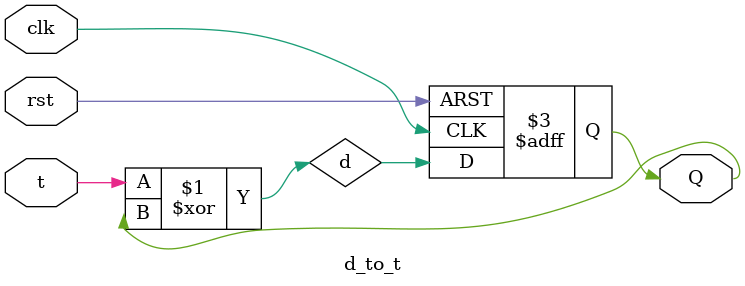
<source format=v>
module d_to_t(input clk,rst,t,
    output reg Q);
    wire d;
    assign d=t^Q;
    always@(posedge clk or posedge rst) begin
        if(rst)
            Q<=0;
        else
            Q<=d;
    end
endmodule

</source>
